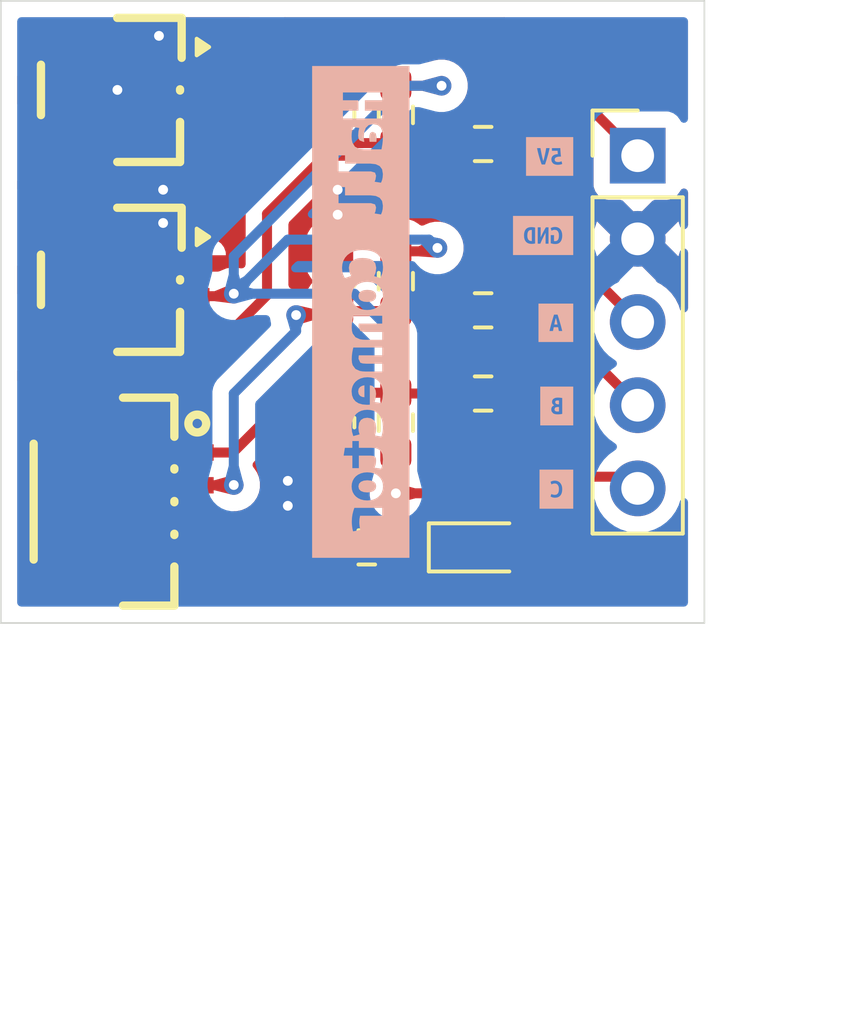
<source format=kicad_pcb>
(kicad_pcb (version 20241229) (generator "pcbnew") (generator_version "9.0")
  (layers (0 "F.Cu" signal) (2 "B.Cu" signal) (13 "F.Paste" user) (15 "B.Paste" user) (5 "F.SilkS" user "F.Silkscreen") (7 "B.SilkS" user "B.Silkscreen") (1 "F.Mask" user) (3 "B.Mask" user) (25 "Edge.Cuts" user))
  (net 0 "")
  (net 1 "GND")
  (net 2 "/SPI1_MISO")
  (net 3 "/SPI1_MOSI")
  (net 4 "/SPI1_NSS")
  (net 7 "Net-(J1-Pin_4)")
  (net 8 "Net-(J1-Pin_5)")
  (net 9 "Net-(J1-Pin_3)")
  (net 10 "+5V")
  (net 11 "+3.3V")
  (net 16 "/SPI1_SCK")
  (net 17 "Net-(D4-K)")
  (footprint "Connector_PinHeader_2.54mm:PinHeader_1x05_P2.54mm_Vertical" (layer "F.Cu") (at 138.9615 55.729)
    (property "Reference" "J1")
    (property "Value" "Conn_01x05_Pin")
    (fp_line (start -1.38 -1.38) (end 0 -1.38) (stroke (width 0.12)) (layer "F.SilkS"))
    (fp_line (start -1.38 0) (end -1.38 -1.38) (stroke (width 0.12)) (layer "F.SilkS"))
    (fp_line (start -1.38 1.27) (end -1.38 11.54) (stroke (width 0.12)) (layer "F.SilkS"))
    (fp_line (start -1.38 1.27) (end 1.38 1.27) (stroke (width 0.12)) (layer "F.SilkS"))
    (fp_line (start -1.38 11.54) (end 1.38 11.54) (stroke (width 0.12)) (layer "F.SilkS"))
    (fp_line (start 1.38 1.27) (end 1.38 11.54) (stroke (width 0.12)) (layer "F.SilkS"))
    (pad "1" thru_hole rect (at 0 0) (size 1.7 1.7) (drill 1) (layers "*.Cu" "*.Mask") (net 10 "+5V"))
    (pad "2" thru_hole circle (at 0 2.54) (size 1.7 1.7) (drill 1) (layers "*.Cu" "*.Mask") (net 1 "GND"))
    (pad "3" thru_hole circle (at 0 5.08) (size 1.7 1.7) (drill 1) (layers "*.Cu" "*.Mask") (net 9 "Net-(J1-Pin_3)"))
    (pad "4" thru_hole circle (at 0 7.62) (size 1.7 1.7) (drill 1) (layers "*.Cu" "*.Mask") (net 7 "Net-(J1-Pin_4)"))
    (pad "5" thru_hole circle (at 0 10.16) (size 1.7 1.7) (drill 1) (layers "*.Cu" "*.Mask") (net 8 "Net-(J1-Pin_5)"))
  )
  (footprint "Rick_Connector:CONN-SMD_2P-P1.00_XUNPU_WAFER-SH1.0-2PWB" (layer "F.Cu") (at 123.3265 53.721 -90)
    (property "Reference" "U2")
    (property "Value" "WAFER-SH1.0-2PWB")
    (fp_line (start 0.769 2.6) (end -0.769 2.6) (stroke (width 0.254)) (layer "F.SilkS"))
    (fp_line (start -0.019 -1.651) (end 0.019 -1.651) (stroke (width 0.254)) (layer "F.SilkS"))
    (fp_line (start 0.981 -1.651) (end 1.019 -1.651) (stroke (width 0.254)) (layer "F.SilkS"))
    (fp_line (start 0.981 -1.651) (end 2.2 -1.651) (stroke (width 0.254)) (layer "F.SilkS"))
    (fp_line (start 1.981 -1.651) (end 2.019 -1.651) (stroke (width 0.254)) (layer "F.SilkS"))
    (fp_line (start 2.2 -1.651) (end 2.2 0.268) (stroke (width 0.254)) (layer "F.SilkS"))
    (fp_line (start -2.2 -1.7) (end -2.2 0.269) (stroke (width 0.254)) (layer "F.SilkS"))
    (fp_line (start -0.98 -1.7) (end -2.2 -1.7) (stroke (width 0.254)) (layer "F.SilkS"))
    (fp_poly (pts (xy -1.31 -2.54) (xy -1.564 -2.159) (xy -1.056 -2.159)) (stroke (width 0.12)) (fill yes) (layer "F.SilkS"))
    (pad "1" smd rect (at -0.5 -1.7 270) (size 0.5 1.7) (layers "F.Cu" "F.Mask" "F.Paste") (net 1 "GND"))
    (pad "2" smd rect (at 0.5 -1.7 270) (size 0.5 1.7) (layers "F.Cu" "F.Mask" "F.Paste") (net 10 "+5V"))
    (pad "3" smd rect (at 1.6 1.7 270) (size 1.2 2.5) (layers "F.Cu" "F.Mask" "F.Paste"))
    (pad "4" smd rect (at -1.6 1.7 270) (size 1.2 2.5) (layers "F.Cu" "F.Mask" "F.Paste"))
  )
  (footprint "LED_SMD:LED_0603_1608Metric_Pad1.05x0.95mm_HandSolder" (layer "F.Cu") (at 134.239 67.691)
    (property "Reference" "D4")
    (property "Value" "STA_LED")
    (fp_line (start -1.66 -0.735) (end -1.66 0.735) (stroke (width 0.12)) (layer "F.SilkS"))
    (fp_line (start -1.66 0.735) (end 0.8 0.735) (stroke (width 0.12)) (layer "F.SilkS"))
    (fp_line (start 0.8 -0.735) (end -1.66 -0.735) (stroke (width 0.12)) (layer "F.SilkS"))
    (pad "1" smd roundrect (at -0.875 0) (size 1.05 0.95) (layers "F.Cu" "F.Mask" "F.Paste") (net 17 "Net-(D4-K)"))
    (pad "2" smd roundrect (at 0.875 0) (size 1.05 0.95) (layers "F.Cu" "F.Mask" "F.Paste") (net 11 "+3.3V"))
  )
  (footprint "Capacitor_SMD:C_0603_1608Metric_Pad1.08x0.95mm_HandSolder" (layer "F.Cu") (at 129.794 59.563 90)
    (property "Reference" "C2")
    (property "Value" "10pF")
    (fp_line (start -0.146267 -0.51) (end 0.146267 -0.51) (stroke (width 0.12)) (layer "F.SilkS"))
    (fp_line (start -0.146267 0.51) (end 0.146267 0.51) (stroke (width 0.12)) (layer "F.SilkS"))
    (pad "1" smd roundrect (at -0.8625 0 90) (size 1.075 0.95) (layers "F.Cu" "F.Mask" "F.Paste") (net 3 "/SPI1_MOSI"))
    (pad "2" smd roundrect (at 0.8625 0 90) (size 1.075 0.95) (layers "F.Cu" "F.Mask" "F.Paste") (net 1 "GND"))
  )
  (footprint "Rick_Connector:CONN-SMD_4P-P1.00_WAFER-SH1.0-4PWB" (layer "F.Cu") (at 123.4535 66.294 -90)
    (property "Reference" "CN3")
    (property "Value" "WAFER-SH1.0-4PWB")
    (fp_line (start -1.769 2.95) (end 1.769 2.95) (stroke (width 0.254)) (layer "F.SilkS"))
    (fp_line (start -3.175 -1.35) (end -3.175 0.219) (stroke (width 0.254)) (layer "F.SilkS"))
    (fp_line (start -1.981 -1.35) (end -3.175 -1.35) (stroke (width 0.254)) (layer "F.SilkS"))
    (fp_line (start -0.981 -1.35) (end -1.019 -1.35) (stroke (width 0.254)) (layer "F.SilkS"))
    (fp_line (start 0.019 -1.35) (end -0.019 -1.35) (stroke (width 0.254)) (layer "F.SilkS"))
    (fp_line (start 1.019 -1.35) (end 0.981 -1.35) (stroke (width 0.254)) (layer "F.SilkS"))
    (fp_line (start 1.981 -1.35) (end 3.175 -1.35) (stroke (width 0.254)) (layer "F.SilkS"))
    (fp_line (start 3.175 -1.35) (end 3.175 0.219) (stroke (width 0.254)) (layer "F.SilkS"))
    (fp_circle (center -2.385 -2.05) (end -2.113 -2.05) (stroke (width 0.254)) (fill no) (layer "F.SilkS"))
    (pad "1" smd rect (at -1.5 -1.7 270) (size 0.5 1.7) (layers "F.Cu" "F.Mask" "F.Paste") (net 4 "/SPI1_NSS"))
    (pad "2" smd rect (at -0.5 -1.7 270) (size 0.5 1.7) (layers "F.Cu" "F.Mask" "F.Paste") (net 3 "/SPI1_MOSI"))
    (pad "3" smd rect (at 0.5 -1.7 270) (size 0.5 1.7) (layers "F.Cu" "F.Mask" "F.Paste") (net 2 "/SPI1_MISO"))
    (pad "4" smd rect (at 1.5 -1.7 270) (size 0.5 1.7) (layers "F.Cu" "F.Mask" "F.Paste") (net 16 "/SPI1_SCK"))
    (pad "5" smd rect (at -2.6 1.7 270) (size 1.2 2.5) (layers "F.Cu" "F.Mask" "F.Paste"))
    (pad "6" smd rect (at 2.6 1.7 270) (size 1.2 2.5) (layers "F.Cu" "F.Mask" "F.Paste"))
  )
  (footprint "Resistor_SMD:R_0603_1608Metric_Pad0.98x0.95mm_HandSolder" (layer "F.Cu") (at 134.239 55.372)
    (property "Reference" "R6")
    (property "Value" "1.8k")
    (fp_line (start -0.254724 -0.5225) (end 0.254724 -0.5225) (stroke (width 0.12)) (layer "F.SilkS"))
    (fp_line (start -0.254724 0.5225) (end 0.254724 0.5225) (stroke (width 0.12)) (layer "F.SilkS"))
    (pad "1" smd roundrect (at -0.9125 0) (size 0.975 0.95) (layers "F.Cu" "F.Mask" "F.Paste") (net 2 "/SPI1_MISO"))
    (pad "2" smd roundrect (at 0.9125 0) (size 0.975 0.95) (layers "F.Cu" "F.Mask" "F.Paste") (net 9 "Net-(J1-Pin_3)"))
  )
  (footprint "Resistor_SMD:R_0603_1608Metric_Pad0.98x0.95mm_HandSolder" (layer "F.Cu") (at 131.572 59.563 -90)
    (property "Reference" "R2")
    (property "Value" "10k")
    (fp_line (start -0.254724 0.5225) (end 0.254724 0.5225) (stroke (width 0.12)) (layer "F.SilkS"))
    (fp_line (start -0.254724 -0.5225) (end 0.254724 -0.5225) (stroke (width 0.12)) (layer "F.SilkS"))
    (pad "1" smd roundrect (at -0.9125 0 270) (size 0.975 0.95) (layers "F.Cu" "F.Mask" "F.Paste") (net 11 "+3.3V"))
    (pad "2" smd roundrect (at 0.9125 0 270) (size 0.975 0.95) (layers "F.Cu" "F.Mask" "F.Paste") (net 3 "/SPI1_MOSI"))
  )
  (footprint "Rick_Connector:CONN-SMD_2P-P1.00_XUNPU_WAFER-SH1.0-2PWB" (layer "F.Cu") (at 123.3265 59.52 -90)
    (property "Reference" "U1")
    (property "Value" "WAFER-SH1.0-2PWB")
    (fp_line (start 0.769 2.6) (end -0.769 2.6) (stroke (width 0.254)) (layer "F.SilkS"))
    (fp_line (start -0.019 -1.651) (end 0.019 -1.651) (stroke (width 0.254)) (layer "F.SilkS"))
    (fp_line (start 0.981 -1.651) (end 1.019 -1.651) (stroke (width 0.254)) (layer "F.SilkS"))
    (fp_line (start 0.981 -1.651) (end 2.2 -1.651) (stroke (width 0.254)) (layer "F.SilkS"))
    (fp_line (start 1.981 -1.651) (end 2.019 -1.651) (stroke (width 0.254)) (layer "F.SilkS"))
    (fp_line (start 2.2 -1.651) (end 2.2 0.268) (stroke (width 0.254)) (layer "F.SilkS"))
    (fp_line (start -2.2 -1.7) (end -2.2 0.269) (stroke (width 0.254)) (layer "F.SilkS"))
    (fp_line (start -0.98 -1.7) (end -2.2 -1.7) (stroke (width 0.254)) (layer "F.SilkS"))
    (fp_poly (pts (xy -1.31 -2.54) (xy -1.564 -2.159) (xy -1.056 -2.159)) (stroke (width 0.12)) (fill yes) (layer "F.SilkS"))
    (pad "1" smd rect (at -0.5 -1.7 270) (size 0.5 1.7) (layers "F.Cu" "F.Mask" "F.Paste") (net 1 "GND"))
    (pad "2" smd rect (at 0.5 -1.7 270) (size 0.5 1.7) (layers "F.Cu" "F.Mask" "F.Paste") (net 11 "+3.3V"))
    (pad "3" smd rect (at 1.6 1.7 270) (size 1.2 2.5) (layers "F.Cu" "F.Mask" "F.Paste"))
    (pad "4" smd rect (at -1.6 1.7 270) (size 1.2 2.5) (layers "F.Cu" "F.Mask" "F.Paste"))
  )
  (footprint "Resistor_SMD:R_0603_1608Metric_Pad0.98x0.95mm_HandSolder" (layer "F.Cu") (at 134.239 60.452)
    (property "Reference" "R5")
    (property "Value" "1.8k")
    (fp_line (start -0.254724 -0.5225) (end 0.254724 -0.5225) (stroke (width 0.12)) (layer "F.SilkS"))
    (fp_line (start -0.254724 0.5225) (end 0.254724 0.5225) (stroke (width 0.12)) (layer "F.SilkS"))
    (pad "1" smd roundrect (at -0.9125 0) (size 0.975 0.95) (layers "F.Cu" "F.Mask" "F.Paste") (net 3 "/SPI1_MOSI"))
    (pad "2" smd roundrect (at 0.9125 0) (size 0.975 0.95) (layers "F.Cu" "F.Mask" "F.Paste") (net 7 "Net-(J1-Pin_4)"))
  )
  (footprint "Capacitor_SMD:C_0603_1608Metric_Pad1.08x0.95mm_HandSolder" (layer "F.Cu") (at 129.794 54.483 90)
    (property "Reference" "C1")
    (property "Value" "10pF")
    (fp_line (start -0.146267 -0.51) (end 0.146267 -0.51) (stroke (width 0.12)) (layer "F.SilkS"))
    (fp_line (start -0.146267 0.51) (end 0.146267 0.51) (stroke (width 0.12)) (layer "F.SilkS"))
    (pad "1" smd roundrect (at -0.8625 0 90) (size 1.075 0.95) (layers "F.Cu" "F.Mask" "F.Paste") (net 2 "/SPI1_MISO"))
    (pad "2" smd roundrect (at 0.8625 0 90) (size 1.075 0.95) (layers "F.Cu" "F.Mask" "F.Paste") (net 1 "GND"))
  )
  (footprint "Resistor_SMD:R_0603_1608Metric_Pad0.98x0.95mm_HandSolder" (layer "F.Cu") (at 131.572 54.483 -90)
    (property "Reference" "R1")
    (property "Value" "10k")
    (fp_line (start -0.254724 0.5225) (end 0.254724 0.5225) (stroke (width 0.12)) (layer "F.SilkS"))
    (fp_line (start -0.254724 -0.5225) (end 0.254724 -0.5225) (stroke (width 0.12)) (layer "F.SilkS"))
    (pad "1" smd roundrect (at -0.9125 0 270) (size 0.975 0.95) (layers "F.Cu" "F.Mask" "F.Paste") (net 11 "+3.3V"))
    (pad "2" smd roundrect (at 0.9125 0 270) (size 0.975 0.95) (layers "F.Cu" "F.Mask" "F.Paste") (net 2 "/SPI1_MISO"))
  )
  (footprint "Resistor_SMD:R_0603_1608Metric_Pad0.98x0.95mm_HandSolder" (layer "F.Cu") (at 131.572 63.881 90)
    (property "Reference" "R3")
    (property "Value" "10k")
    (fp_line (start -0.254724 -0.5225) (end 0.254724 -0.5225) (stroke (width 0.12)) (layer "F.SilkS"))
    (fp_line (start -0.254724 0.5225) (end 0.254724 0.5225) (stroke (width 0.12)) (layer "F.SilkS"))
    (pad "1" smd roundrect (at -0.9125 0 90) (size 0.975 0.95) (layers "F.Cu" "F.Mask" "F.Paste") (net 11 "+3.3V"))
    (pad "2" smd roundrect (at 0.9125 0 90) (size 0.975 0.95) (layers "F.Cu" "F.Mask" "F.Paste") (net 4 "/SPI1_NSS"))
  )
  (footprint "Capacitor_SMD:C_0603_1608Metric_Pad1.08x0.95mm_HandSolder" (layer "F.Cu") (at 129.794 63.881 -90)
    (property "Reference" "C3")
    (property "Value" "10pF")
    (fp_line (start -0.146267 0.51) (end 0.146267 0.51) (stroke (width 0.12)) (layer "F.SilkS"))
    (fp_line (start -0.146267 -0.51) (end 0.146267 -0.51) (stroke (width 0.12)) (layer "F.SilkS"))
    (pad "1" smd roundrect (at -0.8625 0 270) (size 1.075 0.95) (layers "F.Cu" "F.Mask" "F.Paste") (net 4 "/SPI1_NSS"))
    (pad "2" smd roundrect (at 0.8625 0 270) (size 1.075 0.95) (layers "F.Cu" "F.Mask" "F.Paste") (net 1 "GND"))
  )
  (footprint "Resistor_SMD:R_0603_1608Metric_Pad0.98x0.95mm_HandSolder" (layer "F.Cu") (at 130.683 67.691 180)
    (property "Reference" "R7")
    (property "Value" "510Ω")
    (fp_line (start -0.254724 0.5225) (end 0.254724 0.5225) (stroke (width 0.12)) (layer "F.SilkS"))
    (fp_line (start -0.254724 -0.5225) (end 0.254724 -0.5225) (stroke (width 0.12)) (layer "F.SilkS"))
    (pad "1" smd roundrect (at -0.9125 0 180) (size 0.975 0.95) (layers "F.Cu" "F.Mask" "F.Paste") (net 17 "Net-(D4-K)"))
    (pad "2" smd roundrect (at 0.9125 0 180) (size 0.975 0.95) (layers "F.Cu" "F.Mask" "F.Paste") (net 16 "/SPI1_SCK"))
  )
  (footprint "Resistor_SMD:R_0603_1608Metric_Pad0.98x0.95mm_HandSolder" (layer "F.Cu") (at 134.239 62.992)
    (property "Reference" "R4")
    (property "Value" "1.8k")
    (fp_line (start -0.254724 -0.5225) (end 0.254724 -0.5225) (stroke (width 0.12)) (layer "F.SilkS"))
    (fp_line (start -0.254724 0.5225) (end 0.254724 0.5225) (stroke (width 0.12)) (layer "F.SilkS"))
    (pad "1" smd roundrect (at -0.9125 0) (size 0.975 0.95) (layers "F.Cu" "F.Mask" "F.Paste") (net 4 "/SPI1_NSS"))
    (pad "2" smd roundrect (at 0.9125 0) (size 0.975 0.95) (layers "F.Cu" "F.Mask" "F.Paste") (net 8 "Net-(J1-Pin_5)"))
  )
  (footprint "kibuzzard-67F5322E" (layer "B.Cu") (at 130.5 60.5 -90)
    (property "Reference" "kibuzzard-67F5322E" (hide yes))
    (property "Value" "G***" (hide yes))
    (fp_poly (pts (xy 2.605493 -0.11147) (xy 2.5958 -0.040711) (xy 2.564782 0.020355) (xy 2.510501 0.063974) (xy 2.429079 0.080452) (xy 2.348627 0.064943) (xy 2.292407 0.022294) (xy 2.257512 -0.039742) (xy 2.241034 -0.11147) (xy 2.605493 -0.11147)) (fill yes) (layer "B.SilkS"))
    (fp_poly (pts (xy -5.333118 -0.483683) (xy -5.257512 -0.482714) (xy -5.193538 -0.477868) (xy -5.193538 -0.268498) (xy -5.249758 -0.261712) (xy -5.309855 -0.258805) (xy -5.381583 -0.263651) (xy -5.442649 -0.280129) (xy -5.48433 -0.313086) (xy -5.499838 -0.369305) (xy -5.453312 -0.457512) (xy -5.333118 -0.483683)) (fill yes) (layer "B.SilkS"))
    (fp_poly (pts (xy -0.674637 -0.198708) (xy -0.663732 -0.309208) (xy -0.631018 -0.396446) (xy -0.574071 -0.45315) (xy -0.490468 -0.472052) (xy -0.408805 -0.45315) (xy -0.349919 -0.396446) (xy -0.314297 -0.309208) (xy -0.302423 -0.198708) (xy -0.313328 -0.088449) (xy -0.346042 -0.001939) (xy -0.402989 0.054039) (xy -0.486591 0.072698) (xy -0.568255 0.054039) (xy -0.627141 -0.001939) (xy -0.662763 -0.088449) (xy -0.674637 -0.198708)) (fill yes) (layer "B.SilkS"))
    (fp_poly (pts (xy 5.141195 -0.198708) (xy 5.1521 -0.309208) (xy 5.184814 -0.396446) (xy 5.241761 -0.45315) (xy 5.325363 -0.472052) (xy 5.407027 -0.45315) (xy 5.465913 -0.396446) (xy 5.501535 -0.309208) (xy 5.513409 -0.198708) (xy 5.502504 -0.088449) (xy 5.46979 -0.001939) (xy 5.412843 0.054039) (xy 5.329241 0.072698) (xy 5.247577 0.054039) (xy 5.188691 -0.001939) (xy 5.153069 -0.088449) (xy 5.141195 -0.198708)) (fill yes) (layer "B.SilkS"))
    (fp_poly (pts (xy -6.701777 1.487237) (xy -7.509532 1.487237) (xy -7.509532 -1.487237) (xy -6.701777 -1.487237) (xy -5.906947 -1.487237) (xy -5.906947 -0.654281) (xy -6.145396 -0.654281) (xy -6.145396 -0.12504) (xy -6.463328 -0.12504) (xy -6.463328 -0.654281) (xy -6.701777 -0.654281) (xy -6.701777 0.545719) (xy -6.463328 0.545719) (xy -6.463328 0.072698) (xy -6.145396 0.072698) (xy -6.145396 0.545719) (xy -5.906947 0.545719) (xy -5.906947 -0.654281) (xy -5.906947 -1.487237) (xy -5.350565 -1.487237) (xy -5.350565 -0.675606) (xy -5.508562 -0.660097) (xy -5.629725 -0.608724) (xy -5.70727 -0.51567) (xy -5.73441 -0.375121) (xy -5.703393 -0.241357) (xy -5.620032 -0.15412) (xy -5.499838 -0.106624) (xy -5.35832 -0.092084) (xy -5.270598 -0.095961) (xy -5.193538 -0.107593) (xy -5.193538 -0.078514) (xy -5.236187 0.034895) (xy -5.294346 0.069063) (xy -5.383522 0.080452) (xy -5.514378 0.070759) (xy -5.616155 0.047496) (xy -5.649111 0.239418) (xy -5.523102 0.267528) (xy -5.440226 0.276979) (xy -5.354443 0.280129) (xy -5.251454 0.273586) (xy -5.167367 0.253958) (xy -5.048142 0.180291) (xy -4.984168 0.063974) (xy -4.964782 -0.090145) (xy -4.964782 -0.632956) (xy -5.119871 -0.660097) (xy -5.228918 -0.671729) (xy -5.350565 -0.675606) (xy -5.350565 -1.487237) (xy -4.212601 -1.487237) (xy -4.212601 -0.675606) (xy -4.355089 -0.651131) (xy -4.452989 -0.577706) (xy -4.509693 -0.45727) (xy -4.528595 -0.291761) (xy -4.528595 0.481745) (xy -4.780614 0.481745) (xy -4.780614 0.679483) (xy -4.290145 0.679483) (xy -4.290145 -0.309208) (xy -4.253312 -0.435218) (xy -4.160258 -0.468174) (xy -4.040065 -0.448788) (xy -3.97609 -0.423586) (xy -3.945073 -0.615509) (xy -3.971244 -0.629079) (xy -4.024556 -0.649435) (xy -4.105008 -0.667851) (xy -4.212601 -0.675606) (xy -4.212601 -1.487237) (xy -3.243296 -1.487237) (xy -3.243296 -0.675606) (xy -3.385784 -0.651131) (xy -3.483683 -0.577706) (xy -3.540388 -0.45727) (xy -3.559289 -0.291761) (xy -3.559289 0.481745) (xy -3.811309 0.481745) (xy -3.811309 0.679483) (xy -3.32084 0.679483) (xy -3.32084 -0.309208) (xy -3.284006 -0.435218) (xy -3.190953 -0.468174) (xy -3.070759 -0.448788) (xy -3.006785 -0.423586) (xy -2.975767 -0.615509) (xy -3.001939 -0.629079) (xy -3.05525 -0.649435) (xy -3.135703 -0.667851) (xy -3.243296 -0.675606) (xy -3.243296 -1.487237) (xy -1.368659 -1.487237) (xy -1.368659 -0.679483) (xy -1.52461 -0.661389) (xy -1.65385 -0.607108) (xy -1.756381 -0.51664) (xy -1.814903 -0.426616) (xy -1.856704 -0.319386) (xy -1.881785 -0.194952) (xy -1.890145 -0.053312) (xy -1.879968 0.087722) (xy -1.849435 0.212278) (xy -1.800727 0.319628) (xy -1.736026 0.409047) (xy -1.656543 0.479806) (xy -1.563489 0.531179) (xy -1.459047 0.562439) (xy -1.345396 0.572859) (xy -1.230048 0.562197) (xy -1.139903 0.537964) (xy -1.07496 0.508885) (xy -1.035218 0.485622) (xy -1.097254 0.295638) (xy -1.204847 0.345073) (xy -1.349273 0.365428) (xy -1.458805 0.345073) (xy -1.553796 0.277221) (xy -1.621648 0.150242) (xy -1.641276 0.061066) (xy -1.647819 -0.047496) (xy -1.639957 -0.173829) (xy -1.61637 -0.278837) (xy -1.57706 -0.36252) (xy -1.483764 -0.444669) (xy -1.345396 -0.472052) (xy -1.191276 -0.450727) (xy -1.093376 -0.408078) (xy -1.033279 -0.596123) (xy -1.169952 -0.653312) (xy -1.262763 -0.67294) (xy -1.368659 -0.679483) (xy -1.368659 -1.487237) (xy -0.486591 -1.487237) (xy -0.486591 -0.679483) (xy -0.578918 -0.670759) (xy -0.662036 -0.644588) (xy -0.735218 -0.602423) (xy -0.797738 -0.545719) (xy -0.848384 -0.475687) (xy -0.885945 -0.393538) (xy -0.909208 -0.300242) (xy -0.916963 -0.196769) (xy -0.908966 -0.09475) (xy -0.884976 -0.001939) (xy -0.846688 0.079968) (xy -0.7958 0.149273) (xy -0.733037 0.205008) (xy -0.659128 0.246204) (xy -0.576252 0.271648) (xy -0.486591 0.280129) (xy -0.395719 0.271648) (xy -0.313086 0.246204) (xy -0.239903 0.205008) (xy -0.177383 0.149273) (xy -0.126737 0.079968) (xy -0.089176 -0.001939) (xy -0.065913 -0.09475) (xy -0.058158 -0.196769) (xy -0.065913 -0.300242) (xy -0.089176 -0.393538) (xy -0.126494 -0.475687) (xy -0.176414 -0.545719) (xy -0.238207 -0.602423) (xy -0.311147 -0.644588) (xy -0.394265 -0.670759) (xy -0.486591 -0.679483) (xy -0.486591 -1.487237) (xy 0.85105 -1.487237) (xy 0.85105 -0.654281) (xy 0.612601 -0.654281) (xy 0.612601 -0.171567) (xy 0.605331 -0.061551) (xy 0.583522 0.012601) (xy 0.465267 0.068821) (xy 0.411955 0.066882) (xy 0.356704 0.061066) (xy 0.356704 -0.654281) (xy 0.118255 -0.654281) (xy 0.118255 0.227787) (xy 0.189742 0.24475) (xy 0.276252 0.260743) (xy 0.374394 0.272375) (xy 0.480775 0.276252) (xy 0.580129 0.26874) (xy 0.661066 0.246204) (xy 0.774475 0.160905) (xy 0.833603 0.029079) (xy 0.846688 -0.051616) (xy 0.85105 -0.140549) (xy 0.85105 -0.654281) (xy 0.85105 -1.487237) (xy 1.820355 -1.487237) (xy 1.820355 -0.654281) (xy 1.581906 -0.654281) (xy 1.581906 -0.171567) (xy 1.574637 -0.061551) (xy 1.552827 0.012601) (xy 1.434572 0.068821) (xy 1.38126 0.066882) (xy 1.32601 0.061066) (xy 1.32601 -0.654281) (xy 1.087561 -0.654281) (xy 1.087561 0.227787) (xy 1.159047 0.24475) (xy 1.245557 0.260743) (xy 1.3437 0.272375) (xy 1.450081 0.276252) (xy 1.549435 0.26874) (xy 1.630372 0.246204) (xy 1.74378 0.160905) (xy 1.802908 0.029079) (xy 1.815994 -0.051616) (xy 1.820355 -0.140549) (xy 1.820355 -0.654281) (xy 1.820355 -1.487237) (xy 2.494992 -1.487237) (xy 2.494992 -0.675606) (xy 2.384733 -0.668094) (xy 2.286591 -0.645557) (xy 2.201292 -0.608239) (xy 2.129564 -0.556381) (xy 2.072132 -0.490226) (xy 2.029725 -0.410016) (xy 2.003554 -0.315509) (xy 1.99483 -0.206462) (xy 2.004039 -0.093538) (xy 2.031664 0.004847) (xy 2.074313 0.088449) (xy 2.128595 0.157027) (xy 2.193053 0.210582) (xy 2.266236 0.249111) (xy 2.34475 0.272375) (xy 2.425202 0.280129) (xy 2.548842 0.266882) (xy 2.650942 0.227141) (xy 2.731502 0.160905) (xy 2.789661 0.069251) (xy 2.824556 -0.046742) (xy 2.836187 -0.187076) (xy 2.835218 -0.235541) (xy 2.83231 -0.276252) (xy 2.241034 -0.276252) (xy 2.259451 -0.355977) (xy 2.314701 -0.416801) (xy 2.399031 -0.455331) (xy 2.504685 -0.468174) (xy 2.641357 -0.452666) (xy 2.750889 -0.421648) (xy 2.783845 -0.625202) (xy 2.652019 -0.661066) (xy 2.494992 -0.675606) (xy 2.494992 -1.487237) (xy 3.51664 -1.487237) (xy 3.51664 -0.675606) (xy 3.386995 -0.666397) (xy 3.277221 -0.638772) (xy 3.186349 -0.595153) (xy 3.113409 -0.537964) (xy 3.057916 -0.468174) (xy 3.019386 -0.386753) (xy 2.99685 -0.296123) (xy 2.989338 -0.198708) (xy 2.997092 -0.102746) (xy 3.020355 -0.012601) (xy 3.059612 0.069063) (xy 3.115347 0.13958) (xy 3.187803 0.197738) (xy 3.277221 0.242326) (xy 3.384572 0.270679) (xy 3.510824 0.280129) (xy 3.658158 0.268498) (xy 3.791922 0.229725) (xy 3.73958 0.037803) (xy 3.653312 0.062036) (xy 3.532149 0.072698) (xy 3.389661 0.052342) (xy 3.297577 -0.003877) (xy 3.247173 -0.090145) (xy 3.231664 -0.198708) (xy 3.249354 -0.311147) (xy 3.302423 -0.396446) (xy 3.398142 -0.450242) (xy 3.54378 -0.468174) (xy 3.661066 -0.46042) (xy 3.772536 -0.435218) (xy 3.807431 -0.631018) (xy 3.685299 -0.663005) (xy 3.60727 -0.672456) (xy 3.51664 -0.675606) (xy 3.51664 -1.487237) (xy 4.497577 -1.487237) (xy 4.497577 -0.675606) (xy 4.350242 -0.662036) (xy 4.24168 -0.609693) (xy 4.173829 -0.500162) (xy 4.156381 -0.418498) (xy 4.150565 -0.315024) (xy 4.150565 0.059128) (xy 3.943134 0.059128) (xy 3.943134 0.256866) (xy 4.150565 0.256866) (xy 4.150565 0.485622) (xy 4.389015 0.524394) (xy 4.389015 0.256866) (xy 4.770921 0.256866) (xy 4.770921 0.059128) (xy 4.389015 0.059128) (xy 4.389015 -0.309208) (xy 4.398708 -0.39063) (xy 4.425848 -0.439095) (xy 4.468498 -0.462359) (xy 4.524717 -0.468174) (xy 4.585784 -0.466236) (xy 4.640065 -0.459451) (xy 4.694346 -0.444911) (xy 4.755412 -0.419709) (xy 4.788368 -0.625202) (xy 4.64588 -0.663974) (xy 4.497577 -0.675606) (xy 4.497577 -1.487237) (xy 5.329241 -1.487237) (xy 5.329241 -0.679483) (xy 5.236914 -0.670759) (xy 5.153796 -0.644588) (xy 5.080614 -0.602423) (xy 5.018094 -0.545719) (xy 4.967447 -0.475687) (xy 4.929887 -0.393538) (xy 4.906624 -0.300242) (xy 4.898869 -0.196769) (xy 4.906866 -0.09475) (xy 4.930856 -0.001939) (xy 4.969144 0.079968) (xy 5.020032 0.149273) (xy 5.082795 0.205008) (xy 5.156704 0.246204) (xy 5.23958 0.271648) (xy 5.329241 0.280129) (xy 5.420113 0.271648) (xy 5.502746 0.246204) (xy 5.575929 0.205008) (xy 5.638449 0.149273) (xy 5.689095 0.079968) (xy 5.726656 -0.001939) (xy 5.749919 -0.09475) (xy 5.757674 -0.196769) (xy 5.749919 -0.300242) (xy 5.726656 -0.393538) (xy 5.689338 -0.475687) (xy 5.639418 -0.545719) (xy 5.577625 -0.602423) (xy 5.504685 -0.644588) (xy 5.421567 -0.670759) (xy 5.329241 -0.679483) (xy 5.329241 -1.487237) (xy 6.224879 -1.487237) (xy 6.224879 -0.654281) (xy 5.984491 -0.654281) (xy 5.984491 0.196769) (xy 6.080695 0.228271) (xy 6.179321 0.252989) (xy 6.287641 0.268982) (xy 6.412924 0.274313) (xy 6.468174 0.272375) (xy 6.54475 0.26559) (xy 6.627141 0.253958) (xy 6.701777 0.235541) (xy 6.659128 0.01454) (xy 6.603877 0.026171) (xy 6.538934 0.036834) (xy 6.47496 0.043619) (xy 6.422617 0.045557) (xy 6.323748 0.040711) (xy 6.224879 0.022294) (xy 6.224879 -0.654281) (xy 6.224879 -1.487237) (xy 6.701777 -1.487237) (xy 7.509532 -1.487237) (xy 7.509532 1.487237) (xy 6.701777 1.487237) (xy -6.701777 1.487237)) (fill yes) (layer "B.SilkS"))
  )
  (footprint "kibuzzard-67F53345" (layer "B.Cu") (at 136.271 55.753 180)
    (property "Reference" "kibuzzard-67F53345" (hide yes))
    (property "Value" "G***" (hide yes))
    (fp_poly (pts (xy -0.384895 0.591815) (xy -0.721459 0.591815) (xy -0.721459 -0.591815) (xy -0.384895 -0.591815) (xy -0.25 -0.591815) (xy -0.25 -0.25525) (xy -0.28958 -0.252827) (xy -0.328352 -0.246769) (xy -0.361874 -0.238288) (xy -0.384895 -0.229402) (xy -0.364701 -0.147011) (xy -0.319467 -0.163166) (xy -0.28857 -0.168619) (xy -0.250808 -0.170436) (xy -0.202746 -0.163974) (xy -0.172859 -0.147415) (xy -0.157916 -0.124394) (xy -0.153877 -0.097738) (xy -0.160743 -0.05937) (xy -0.188207 -0.029483) (xy -0.246769 -0.010097) (xy -0.29059 -0.004947) (xy -0.346123 -0.003231) (xy -0.338853 0.063914) (xy -0.333199 0.129645) (xy -0.328958 0.193558) (xy -0.325929 0.25525) (xy -0.070679 0.25525) (xy -0.070679 0.172859) (xy -0.24273 0.172859) (xy -0.246769 0.11874) (xy -0.250808 0.072698) (xy -0.189688 0.064441) (xy -0.139876 0.048286) (xy -0.101373 0.024233) (xy -0.073999 -0.007539) (xy -0.057575 -0.04685) (xy -0.0521 -0.0937) (xy -0.064216 -0.157916) (xy -0.101373 -0.209208) (xy -0.129443 -0.228595) (xy -0.16357 -0.243134) (xy -0.203756 -0.252221) (xy -0.25 -0.25525) (xy -0.25 -0.591815) (xy 0.140953 -0.591815) (xy 0.140953 -0.24475) (xy 0.120961 -0.18538) (xy 0.099758 -0.11874) (xy 0.085487 -0.071935) (xy 0.071756 -0.02522) (xy 0.058562 0.021405) (xy 0.046087 0.067133) (xy 0.034509 0.111156) (xy 0.023829 0.153473) (xy 0.010501 0.210016) (xy 0.001212 0.25525) (xy 0.10622 0.25525) (xy 0.112278 0.213348) (xy 0.120759 0.165186) (xy 0.130957 0.113086) (xy 0.142165 0.05937) (xy 0.154281 0.00525) (xy 0.167205 -0.048061) (xy 0.180432 -0.098243) (xy 0.193457 -0.142973) (xy 0.206381 -0.098849) (xy 0.219305 -0.048869) (xy 0.231826 0.004443) (xy 0.243538 0.058562) (xy 0.254443 0.112379) (xy 0.26454 0.164782) (xy 0.273425 0.213247) (xy 0.280695 0.25525) (xy 0.384895 0.25525) (xy 0.374091 0.203958) (xy 0.361066 0.147011) (xy 0.345921 0.085723) (xy 0.328756 0.021405) (xy 0.316236 -0.022752) (xy 0.302908 -0.067447) (xy 0.288772 -0.112682) (xy 0.274053 -0.157692) (xy 0.258975 -0.201714) (xy 0.243538 -0.24475) (xy 0.140953 -0.24475) (xy 0.140953 -0.591815) (xy 0.384895 -0.591815) (xy 0.721459 -0.591815) (xy 0.721459 0.591815) (xy 0.384895 0.591815) (xy -0.384895 0.591815)) (fill yes) (layer "B.SilkS"))
  )
  (footprint "kibuzzard-67F53F9F" (layer "B.Cu") (at 136.461226 60.833 180)
    (property "Reference" "kibuzzard-67F53F9F" (hide yes))
    (property "Value" "G***" (hide yes))
    (fp_poly (pts (xy -0.000808 0.153069) (xy -0.015751 0.099354) (xy -0.028675 0.049273) (xy -0.039984 -0.000404) (xy -0.050081 -0.0521) (xy 0.047658 -0.0521) (xy 0.037964 -0.000404) (xy 0.02706 0.049273) (xy 0.014136 0.099354) (xy -0.000808 0.153069)) (fill yes) (layer "B.SilkS"))
    (fp_poly (pts (xy -0.194669 0.586564) (xy -0.531233 0.586564) (xy -0.531233 -0.586564) (xy -0.194669 -0.586564) (xy 0.088045 -0.586564) (xy 0.088045 -0.25) (xy 0.06462 -0.134491) (xy -0.068659 -0.134491) (xy -0.091276 -0.25) (xy -0.194669 -0.25) (xy -0.18042 -0.191922) (xy -0.166107 -0.135945) (xy -0.151729 -0.082068) (xy -0.137286 -0.030291) (xy -0.122779 0.019386) (xy -0.104756 0.079387) (xy -0.087036 0.137823) (xy -0.069618 0.194694) (xy -0.052504 0.25) (xy 0.055735 0.25) (xy 0.07348 0.19424) (xy 0.091175 0.136813) (xy 0.10882 0.077721) (xy 0.126414 0.016963) (xy 0.140388 -0.033134) (xy 0.1542 -0.084879) (xy 0.167851 -0.138271) (xy 0.181341 -0.193312) (xy 0.194669 -0.25) (xy 0.088045 -0.25) (xy 0.088045 -0.586564) (xy 0.194669 -0.586564) (xy 0.531233 -0.586564) (xy 0.531233 0.586564) (xy 0.194669 0.586564) (xy -0.194669 0.586564)) (fill yes) (layer "B.SilkS"))
  )
  (footprint "kibuzzard-67F53FAD" (layer "B.Cu") (at 136.488286 63.373 180)
    (property "Reference" "kibuzzard-67F53FAD" (hide yes))
    (property "Value" "G***" (hide yes))
    (fp_poly (pts (xy -0.029483 0.051696) (xy 0.027868 0.068255) (xy 0.047254 0.113893) (xy 0.041599 0.142569) (xy 0.026252 0.159532) (xy 0.003635 0.167609) (xy -0.023021 0.169628) (xy -0.046446 0.168821) (xy -0.068255 0.166397) (xy -0.068255 0.051696) (xy -0.029483 0.051696)) (fill yes) (layer "B.SilkS"))
    (fp_poly (pts (xy -0.068255 -0.030695) (xy -0.068255 -0.166397) (xy -0.045234 -0.168821) (xy -0.020598 -0.169628) (xy 0.01252 -0.166801) (xy 0.041195 -0.1563) (xy 0.061793 -0.134491) (xy 0.069871 -0.098546) (xy 0.04685 -0.046446) (xy -0.014943 -0.030695) (xy -0.068255 -0.030695)) (fill yes) (layer "B.SilkS"))
    (fp_poly (pts (xy -0.167609 0.592623) (xy -0.504173 0.592623) (xy -0.504173 -0.592623) (xy -0.167609 -0.592623) (xy -0.028675 -0.592623) (xy -0.028675 -0.256058) (xy -0.062399 -0.255149) (xy -0.097334 -0.252423) (xy -0.132674 -0.24788) (xy -0.167609 -0.241519) (xy -0.167609 0.243942) (xy -0.105412 0.252423) (xy -0.038368 0.256058) (xy 0.012924 0.25313) (xy 0.053716 0.244346) (xy 0.109451 0.213651) (xy 0.136914 0.171244) (xy 0.144184 0.124394) (xy 0.139842 0.090872) (xy 0.126817 0.061389) (xy 0.080372 0.017771) (xy 0.123082 -0.004039) (xy 0.149435 -0.03231) (xy 0.163065 -0.06462) (xy 0.167609 -0.098546) (xy 0.163772 -0.140044) (xy 0.152262 -0.174071) (xy 0.110662 -0.222536) (xy 0.081987 -0.238086) (xy 0.048465 -0.248384) (xy 0.011208 -0.25414) (xy -0.028675 -0.256058) (xy -0.028675 -0.592623) (xy 0.167609 -0.592623) (xy 0.504173 -0.592623) (xy 0.504173 0.592623) (xy 0.167609 0.592623) (xy -0.167609 0.592623)) (fill yes) (layer "B.SilkS"))
  )
  (footprint "kibuzzard-67F53FBB" (layer "B.Cu") (at 136.477381 65.913 180)
    (property "Reference" "kibuzzard-67F53FBB" (hide yes))
    (property "Value" "G***" (hide yes))
    (fp_poly (pts (xy -0.178514 0.597469) (xy -0.515078 0.597469) (xy -0.515078 -0.597469) (xy -0.178514 -0.597469) (xy 0.038772 -0.597469) (xy 0.038772 -0.260905) (xy -0.026207 -0.253366) (xy -0.080057 -0.230749) (xy -0.122779 -0.193053) (xy -0.147163 -0.155543) (xy -0.16458 -0.110864) (xy -0.17503 -0.059017) (xy -0.178514 0) (xy -0.174273 0.058764) (xy -0.161551 0.110662) (xy -0.141256 0.155392) (xy -0.114297 0.192649) (xy -0.081179 0.222132) (xy -0.042407 0.243538) (xy 0.001111 0.256563) (xy 0.048465 0.260905) (xy 0.096527 0.256462) (xy 0.134087 0.246365) (xy 0.161147 0.234249) (xy 0.177706 0.224556) (xy 0.151858 0.145396) (xy 0.107027 0.165994) (xy 0.04685 0.174475) (xy 0.001212 0.165994) (xy -0.038368 0.137722) (xy -0.06664 0.084814) (xy -0.074818 0.047658) (xy -0.077544 0.002423) (xy -0.074269 -0.050215) (xy -0.064441 -0.093969) (xy -0.048061 -0.128837) (xy -0.009188 -0.163065) (xy 0.048465 -0.174475) (xy 0.112682 -0.16559) (xy 0.153473 -0.147819) (xy 0.178514 -0.226171) (xy 0.121567 -0.25) (xy 0.082896 -0.258179) (xy 0.038772 -0.260905) (xy 0.038772 -0.597469) (xy 0.178514 -0.597469) (xy 0.515078 -0.597469) (xy 0.515078 0.597469) (xy 0.178514 0.597469) (xy -0.178514 0.597469)) (fill yes) (layer "B.SilkS"))
  )
  (footprint "kibuzzard-67F53375" (layer "B.Cu") (at 136.071888 58.166 180)
    (property "Reference" "kibuzzard-67F53375" (hide yes))
    (property "Value" "G***" (hide yes))
    (fp_poly (pts (xy 0.344911 -0.169628) (xy 0.353796 -0.170436) (xy 0.362682 -0.170436) (xy 0.419628 -0.157512) (xy 0.456785 -0.121971) (xy 0.476979 -0.068255) (xy 0.481523 -0.035642) (xy 0.483037 0) (xy 0.478191 0.063005) (xy 0.461228 0.117124) (xy 0.42811 0.154685) (xy 0.37399 0.168821) (xy 0.359451 0.168417) (xy 0.344911 0.166397) (xy 0.344911 -0.169628)) (fill yes) (layer "B.SilkS"))
    (fp_poly (pts (xy -0.584006 0.597469) (xy -0.920571 0.597469) (xy -0.920571 -0.597469) (xy -0.584006 -0.597469) (xy -0.379645 -0.597469) (xy -0.379645 -0.260905) (xy -0.424172 -0.256765) (xy -0.464055 -0.244346) (xy -0.498889 -0.223748) (xy -0.528271 -0.195073) (xy -0.551898 -0.15832) (xy -0.569467 -0.113489) (xy -0.580372 -0.060683) (xy -0.584006 0) (xy -0.579766 0.060077) (xy -0.567044 0.112682) (xy -0.547052 0.157613) (xy -0.521002 0.194669) (xy -0.489297 0.223647) (xy -0.452342 0.244346) (xy -0.411349 0.256765) (xy -0.367528 0.260905) (xy -0.315428 0.256462) (xy -0.275444 0.246365) (xy -0.247577 0.234249) (xy -0.231018 0.224556) (xy -0.256866 0.145396) (xy -0.300485 0.16559) (xy -0.353796 0.174475) (xy -0.41357 0.161551) (xy -0.453554 0.125606) (xy -0.476171 0.070679) (xy -0.481321 0.037056) (xy -0.483037 0) (xy -0.479896 -0.054523) (xy -0.470472 -0.098546) (xy -0.454766 -0.132068) (xy -0.41983 -0.163873) (xy -0.371567 -0.174475) (xy -0.352181 -0.173667) (xy -0.332795 -0.171244) (xy -0.332795 0.011309) (xy -0.233441 0.011309) (xy -0.233441 -0.238288) (xy -0.288772 -0.252827) (xy -0.330271 -0.258885) (xy -0.379645 -0.260905) (xy -0.379645 -0.597469) (xy 0.084814 -0.597469) (xy 0.084814 -0.250404) (xy 0.061524 -0.194983) (xy 0.036887 -0.139652) (xy 0.010905 -0.08441) (xy -0.016424 -0.029169) (xy -0.0451 0.026162) (xy -0.075121 0.081583) (xy -0.075121 -0.250404) (xy -0.164782 -0.250404) (xy -0.164782 0.249596) (xy -0.084814 0.249596) (xy -0.062197 0.21254) (xy -0.03958 0.172456) (xy -0.017266 0.130957) (xy 0.004443 0.089661) (xy 0.02504 0.049071) (xy 0.044023 0.009693) (xy 0.060884 -0.026656) (xy 0.075121 -0.058158) (xy 0.075121 0.249596) (xy 0.164782 0.249596) (xy 0.164782 -0.250404) (xy 0.084814 -0.250404) (xy 0.084814 -0.597469) (xy 0.352181 -0.597469) (xy 0.352181 -0.256866) (xy 0.300081 -0.254039) (xy 0.245557 -0.24475) (xy 0.245557 0.243134) (xy 0.30937 0.252827) (xy 0.365105 0.25525) (xy 0.412258 0.251616) (xy 0.45517 0.240711) (xy 0.492831 0.222032) (xy 0.524233 0.195073) (xy 0.549374 0.159733) (xy 0.568255 0.115913) (xy 0.580069 0.062904) (xy 0.584006 0) (xy 0.579665 -0.064317) (xy 0.56664 -0.118336) (xy 0.545941 -0.162662) (xy 0.518578 -0.1979) (xy 0.484956 -0.224455) (xy 0.445477 -0.24273) (xy 0.400949 -0.253332) (xy 0.352181 -0.256866) (xy 0.352181 -0.597469) (xy 0.584006 -0.597469) (xy 0.920571 -0.597469) (xy 0.920571 0.597469) (xy 0.584006 0.597469) (xy -0.584006 0.597469)) (fill yes) (layer "B.SilkS"))
  )
  (gr_line (start 141 70) (end 141 51) (stroke (width 0.05)) (layer "Edge.Cuts"))
  (gr_line (start 119.5 51) (end 119.5 70) (stroke (width 0.05)) (layer "Edge.Cuts"))
  (gr_line (start 141 51) (end 119.5 51) (stroke (width 0.05)) (layer "Edge.Cuts"))
  (gr_line (start 119.5 70) (end 141 70) (stroke (width 0.05)) (layer "Edge.Cuts"))
  (via (at 124.46 56.769) (size 0.6) (drill 0.3) (layers "F.Cu" "B.Cu") (net 1))
  (via (at 124.333 52.07) (size 0.6) (drill 0.3) (layers "F.Cu" "B.Cu") (net 1))
  (via (at 124.46 57.785) (size 0.6) (drill 0.3) (layers "F.Cu" "B.Cu") (net 1))
  (via (at 128.27 65.659) (size 0.6) (drill 0.3) (layers "F.Cu" "B.Cu") (net 1))
  (via (at 129.794 56.769) (size 0.6) (drill 0.3) (layers "F.Cu" "B.Cu") (net 1))
  (via (at 123.063 53.721) (size 0.6) (drill 0.3) (layers "F.Cu" "B.Cu") (net 1))
  (via (at 128.27 66.421) (size 0.6) (drill 0.3) (layers "F.Cu" "B.Cu") (net 1))
  (via (at 129.794 57.531) (size 0.6) (drill 0.3) (layers "F.Cu" "B.Cu") (net 1))
  (segment (start 127.635 59.990691) (end 127.635 57.5045) (width 0.3048) (layer "F.Cu") (net 2))
  (segment (start 129.794 55.3455) (end 131.522 55.3455) (width 0.3048) (layer "F.Cu") (net 2))
  (segment (start 123.444 64.262) (end 123.4443 64.2617) (width 0.3048) (layer "F.Cu") (net 2))
  (segment (start 127.635 57.5045) (end 129.794 55.3455) (width 0.3048) (layer "F.Cu") (net 2))
  (segment (start 123.817 66.794) (end 123.444 66.421) (width 0.3048) (layer "F.Cu") (net 2))
  (segment (start 123.444 66.421) (end 123.444 64.262) (width 0.3048) (layer "F.Cu") (net 2))
  (segment (start 123.4443 64.2617) (end 123.4443 64.18139) (width 0.3048) (layer "F.Cu") (net 2))
  (segment (start 133.3265 55.372) (end 131.5955 55.372) (width 0.3048) (layer "F.Cu") (net 2))
  (segment (start 123.4443 64.18139) (end 127.635 59.990691) (width 0.3048) (layer "F.Cu") (net 2))
  (segment (start 125.1535 66.794) (end 123.817 66.794) (width 0.3048) (layer "F.Cu") (net 2))
  (segment (start 125.1535 65.794) (end 126.611 65.794) (width 0.3048) (layer "F.Cu") (net 3))
  (segment (start 126.611 65.794) (end 126.619 65.786) (width 0.3048) (layer "F.Cu") (net 3))
  (segment (start 128.524 60.5964) (end 128.5414 60.579) (width 0.3048) (layer "F.Cu") (net 3))
  (segment (start 128.5414 60.579) (end 129.6405 60.579) (width 0.3048) (layer "F.Cu") (net 3))
  (segment (start 133.3265 60.452) (end 131.5955 60.452) (width 0.3048) (layer "F.Cu") (net 3))
  (segment (start 131.572 60.4755) (end 129.844 60.4755) (width 0.3048) (layer "F.Cu") (net 3))
  (via (at 126.619 65.786) (size 0.6) (drill 0.3) (layers "F.Cu" "B.Cu") (net 3))
  (via (at 128.524 60.5964) (size 0.6) (drill 0.3) (layers "F.Cu" "B.Cu") (net 3))
  (segment (start 128.524 60.5964) (end 128.524 61.087) (width 0.3048) (layer "B.Cu") (net 3))
  (segment (start 126.619 62.992) (end 126.619 65.786) (width 0.3048) (layer "B.Cu") (net 3))
  (segment (start 128.524 61.087) (end 126.619 62.992) (width 0.3048) (layer "B.Cu") (net 3))
  (segment (start 128.3705 63.0185) (end 129.794 63.0185) (width 0.3048) (layer "F.Cu") (net 4))
  (segment (start 133.3265 62.992) (end 131.5955 62.992) (width 0.3048) (layer "F.Cu") (net 4))
  (segment (start 131.572 62.9685) (end 129.844 62.9685) (width 0.3048) (layer "F.Cu") (net 4))
  (segment (start 125.1535 64.794) (end 126.595 64.794) (width 0.3048) (layer "F.Cu") (net 4))
  (segment (start 126.595 64.794) (end 128.3705 63.0185) (width 0.3048) (layer "F.Cu") (net 4))
  (segment (start 138.9615 63.349) (end 137.3345 61.722) (width 0.3048) (layer "F.Cu") (net 7))
  (segment (start 137.3345 61.722) (end 136.4215 61.722) (width 0.3048) (layer "F.Cu") (net 7))
  (segment (start 136.4215 61.722) (end 135.1515 60.452) (width 0.3048) (layer "F.Cu") (net 7))
  (segment (start 138.6045 65.532) (end 135.9135 65.532) (width 0.3048) (layer "F.Cu") (net 8))
  (segment (start 135.9135 65.532) (end 135.1515 64.77) (width 0.3048) (layer "F.Cu") (net 8))
  (segment (start 135.1515 64.77) (end 135.1515 62.992) (width 0.3048) (layer "F.Cu") (net 8))
  (segment (start 135.1515 56.999) (end 135.1515 55.372) (width 0.3048) (layer "F.Cu") (net 9))
  (segment (start 138.9615 60.809) (end 135.1515 56.999) (width 0.3048) (layer "F.Cu") (net 9))
  (segment (start 125.0345 54.229) (end 126.527048 54.229) (width 0.3048) (layer "F.Cu") (net 10))
  (segment (start 128.1786 51.6534) (end 134.8859 51.6534) (width 0.3048) (layer "F.Cu") (net 10))
  (segment (start 134.8859 51.6534) (end 138.9615 55.729) (width 0.3048) (layer "F.Cu") (net 10))
  (segment (start 126.527048 54.229) (end 127.2724 53.483648) (width 0.3048) (layer "F.Cu") (net 10))
  (segment (start 127.2724 52.5596) (end 128.1786 51.6534) (width 0.3048) (layer "F.Cu") (net 10))
  (segment (start 127.2724 53.483648) (end 127.2724 52.5596) (width 0.3048) (layer "F.Cu") (net 10))
  (segment (start 126.543 60.02) (end 126.619 59.944) (width 0.3048) (layer "F.Cu") (net 11))
  (segment (start 132.7385 58.6505) (end 131.572 58.6505) (width 0.3048) (layer "F.Cu") (net 11))
  (segment (start 133.463 66.04) (end 135.114 67.691) (width 0.3048) (layer "F.Cu") (net 11))
  (segment (start 131.572 66.04) (end 131.572 64.7935) (width 0.3048) (layer "F.Cu") (net 11))
  (segment (start 132.842 58.547) (end 132.7385 58.6505) (width 0.3048) (layer "F.Cu") (net 11))
  (segment (start 125.0265 60.02) (end 126.543 60.02) (width 0.3048) (layer "F.Cu") (net 11))
  (segment (start 132.969 53.594) (end 131.5955 53.594) (width 0.3048) (layer "F.Cu") (net 11))
  (segment (start 131.572 66.04) (end 133.463 66.04) (width 0.3048) (layer "F.Cu") (net 11))
  (via (at 132.842 58.547) (size 0.6) (drill 0.3) (layers "F.Cu" "B.Cu") (net 11))
  (via (at 131.572 66.04) (size 0.6) (drill 0.3) (layers "F.Cu" "B.Cu") (net 11))
  (via (at 126.619 59.944) (size 0.6) (drill 0.3) (layers "F.Cu" "B.Cu") (net 11))
  (via (at 132.969 53.594) (size 0.6) (drill 0.3) (layers "F.Cu" "B.Cu") (net 11))
  (segment (start 126.619 59.944) (end 128.27 58.293) (width 0.3048) (layer "B.Cu") (net 11))
  (segment (start 131.572 61.214) (end 130.302 59.944) (width 0.3048) (layer "B.Cu") (net 11))
  (segment (start 131.826 53.594) (end 132.969 53.594) (width 0.3048) (layer "B.Cu") (net 11))
  (segment (start 126.619 58.801) (end 131.826 53.594) (width 0.3048) (layer "B.Cu") (net 11))
  (segment (start 131.572 66.04) (end 131.572 61.214) (width 0.3048) (layer "B.Cu") (net 11))
  (segment (start 132.588 58.293) (end 132.842 58.547) (width 0.3048) (layer "B.Cu") (net 11))
  (segment (start 126.619 59.944) (end 126.619 58.801) (width 0.3048) (layer "B.Cu") (net 11))
  (segment (start 128.27 58.293) (end 132.588 58.293) (width 0.3048) (layer "B.Cu") (net 11))
  (segment (start 130.302 59.944) (end 126.619 59.944) (width 0.3048) (layer "B.Cu") (net 11))
  (segment (start 129.6675 67.794) (end 125.1535 67.794) (width 0.3048) (layer "F.Cu") (net 16))
  (segment (start 133.364 67.691) (end 131.5955 67.691) (width 0.3048) (layer "F.Cu") (net 17))
  (zone (net 1) (net_name "GND") (layer "F.Cu") (connect_pads (clearance 0.5)) (min_thickness 0.25) (fill yes (thermal_gap 0.5) (thermal_bridge_width 1))
    (polygon (pts (xy 119.5 51) (xy 141 51) (xy 141 70) (xy 119.5 70)))
  )
  (zone (net 1) (net_name "GND") (layer "B.Cu") (priority 1) (connect_pads (clearance 0.5)) (min_thickness 0.25) (fill yes (thermal_gap 0.5) (thermal_bridge_width 1))
    (polygon (pts (xy 119.5 51) (xy 119.5 70) (xy 141 70) (xy 141 51)))
  )
)
</source>
